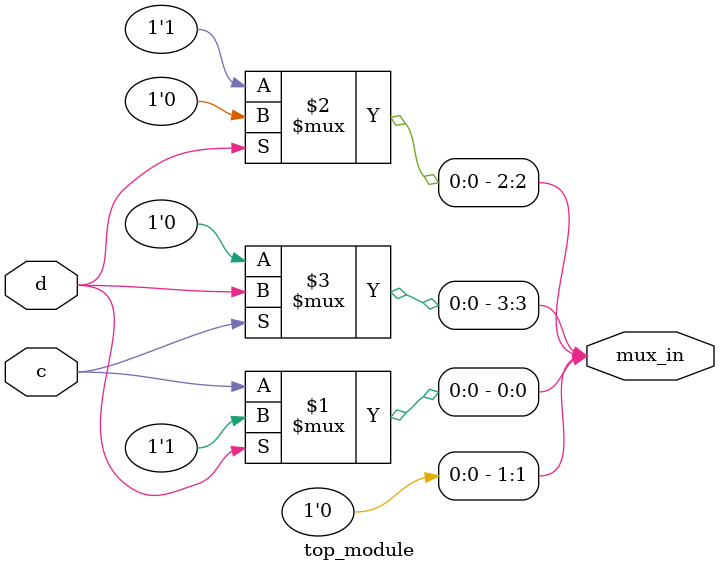
<source format=v>

module top_module (
    input c,
    input d,
    output [3:0] mux_in
); 
    // mux_in[0] = c OR d
    assign mux_in[0] = d ? 1'b1 : c;

    // mux_in[1] = 0
    assign mux_in[1] = 1'b0;

    // mux_in[2] = NOT d OR NOT c
    assign mux_in[2] = d ? 1'b0 : 1'b1;

    // mux_in[3] = c AND d
    assign mux_in[3] = c ? d : 1'b0;
endmodule


</source>
